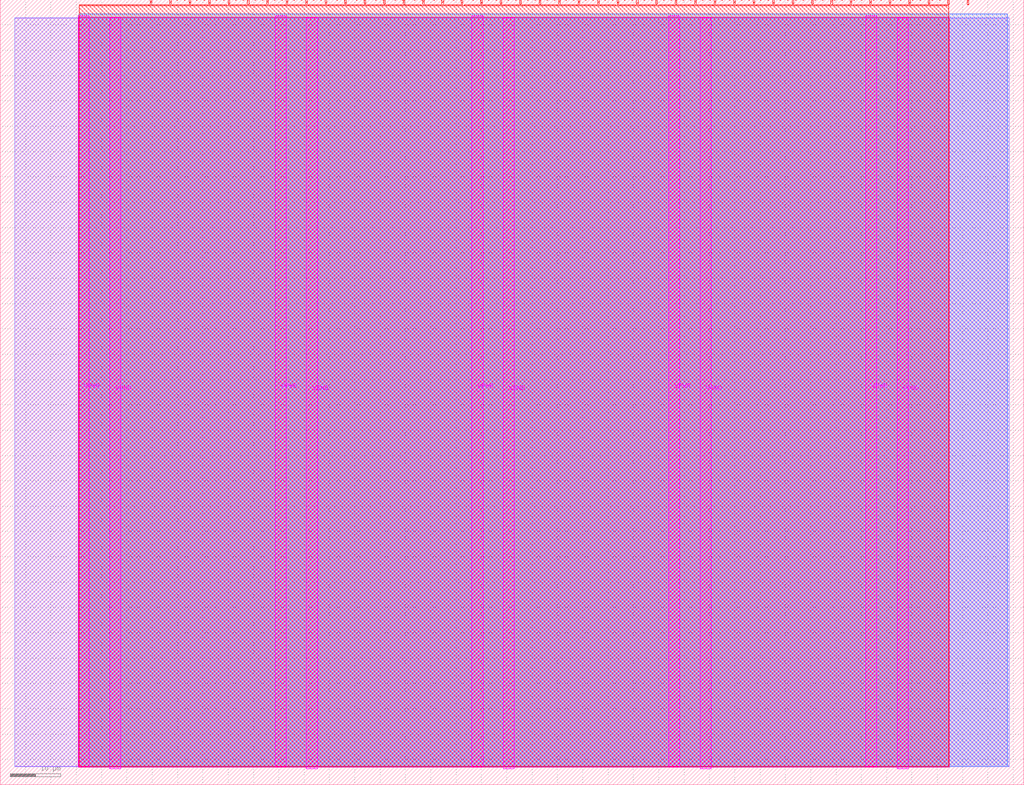
<source format=lef>
VERSION 5.7 ;
  NOWIREEXTENSIONATPIN ON ;
  DIVIDERCHAR "/" ;
  BUSBITCHARS "[]" ;
MACRO tt_um_embeddedinn_vga
  CLASS BLOCK ;
  FOREIGN tt_um_embeddedinn_vga ;
  ORIGIN 0.000 0.000 ;
  SIZE 202.080 BY 154.980 ;
  PIN VGND
    DIRECTION INOUT ;
    USE GROUND ;
    PORT
      LAYER TopMetal1 ;
        RECT 21.580 3.150 23.780 151.420 ;
    END
    PORT
      LAYER TopMetal1 ;
        RECT 60.450 3.150 62.650 151.420 ;
    END
    PORT
      LAYER TopMetal1 ;
        RECT 99.320 3.150 101.520 151.420 ;
    END
    PORT
      LAYER TopMetal1 ;
        RECT 138.190 3.150 140.390 151.420 ;
    END
    PORT
      LAYER TopMetal1 ;
        RECT 177.060 3.150 179.260 151.420 ;
    END
  END VGND
  PIN VPWR
    DIRECTION INOUT ;
    USE POWER ;
    PORT
      LAYER TopMetal1 ;
        RECT 15.380 3.560 17.580 151.830 ;
    END
    PORT
      LAYER TopMetal1 ;
        RECT 54.250 3.560 56.450 151.830 ;
    END
    PORT
      LAYER TopMetal1 ;
        RECT 93.120 3.560 95.320 151.830 ;
    END
    PORT
      LAYER TopMetal1 ;
        RECT 131.990 3.560 134.190 151.830 ;
    END
    PORT
      LAYER TopMetal1 ;
        RECT 170.860 3.560 173.060 151.830 ;
    END
  END VPWR
  PIN clk
    DIRECTION INPUT ;
    USE SIGNAL ;
    ANTENNAGATEAREA 0.725400 ;
    PORT
      LAYER Metal4 ;
        RECT 187.050 153.980 187.350 154.980 ;
    END
  END clk
  PIN ena
    DIRECTION INPUT ;
    USE SIGNAL ;
    PORT
      LAYER Metal4 ;
        RECT 190.890 153.980 191.190 154.980 ;
    END
  END ena
  PIN rst_n
    DIRECTION INPUT ;
    USE SIGNAL ;
    ANTENNAGATEAREA 0.725400 ;
    PORT
      LAYER Metal4 ;
        RECT 183.210 153.980 183.510 154.980 ;
    END
  END rst_n
  PIN ui_in[0]
    DIRECTION INPUT ;
    USE SIGNAL ;
    ANTENNAGATEAREA 0.180700 ;
    PORT
      LAYER Metal4 ;
        RECT 179.370 153.980 179.670 154.980 ;
    END
  END ui_in[0]
  PIN ui_in[1]
    DIRECTION INPUT ;
    USE SIGNAL ;
    ANTENNAGATEAREA 0.180700 ;
    PORT
      LAYER Metal4 ;
        RECT 175.530 153.980 175.830 154.980 ;
    END
  END ui_in[1]
  PIN ui_in[2]
    DIRECTION INPUT ;
    USE SIGNAL ;
    ANTENNAGATEAREA 0.180700 ;
    PORT
      LAYER Metal4 ;
        RECT 171.690 153.980 171.990 154.980 ;
    END
  END ui_in[2]
  PIN ui_in[3]
    DIRECTION INPUT ;
    USE SIGNAL ;
    ANTENNAGATEAREA 0.213200 ;
    PORT
      LAYER Metal4 ;
        RECT 167.850 153.980 168.150 154.980 ;
    END
  END ui_in[3]
  PIN ui_in[4]
    DIRECTION INPUT ;
    USE SIGNAL ;
    ANTENNAGATEAREA 0.180700 ;
    PORT
      LAYER Metal4 ;
        RECT 164.010 153.980 164.310 154.980 ;
    END
  END ui_in[4]
  PIN ui_in[5]
    DIRECTION INPUT ;
    USE SIGNAL ;
    PORT
      LAYER Metal4 ;
        RECT 160.170 153.980 160.470 154.980 ;
    END
  END ui_in[5]
  PIN ui_in[6]
    DIRECTION INPUT ;
    USE SIGNAL ;
    PORT
      LAYER Metal4 ;
        RECT 156.330 153.980 156.630 154.980 ;
    END
  END ui_in[6]
  PIN ui_in[7]
    DIRECTION INPUT ;
    USE SIGNAL ;
    PORT
      LAYER Metal4 ;
        RECT 152.490 153.980 152.790 154.980 ;
    END
  END ui_in[7]
  PIN uio_in[0]
    DIRECTION INPUT ;
    USE SIGNAL ;
    PORT
      LAYER Metal4 ;
        RECT 148.650 153.980 148.950 154.980 ;
    END
  END uio_in[0]
  PIN uio_in[1]
    DIRECTION INPUT ;
    USE SIGNAL ;
    PORT
      LAYER Metal4 ;
        RECT 144.810 153.980 145.110 154.980 ;
    END
  END uio_in[1]
  PIN uio_in[2]
    DIRECTION INPUT ;
    USE SIGNAL ;
    PORT
      LAYER Metal4 ;
        RECT 140.970 153.980 141.270 154.980 ;
    END
  END uio_in[2]
  PIN uio_in[3]
    DIRECTION INPUT ;
    USE SIGNAL ;
    PORT
      LAYER Metal4 ;
        RECT 137.130 153.980 137.430 154.980 ;
    END
  END uio_in[3]
  PIN uio_in[4]
    DIRECTION INPUT ;
    USE SIGNAL ;
    PORT
      LAYER Metal4 ;
        RECT 133.290 153.980 133.590 154.980 ;
    END
  END uio_in[4]
  PIN uio_in[5]
    DIRECTION INPUT ;
    USE SIGNAL ;
    PORT
      LAYER Metal4 ;
        RECT 129.450 153.980 129.750 154.980 ;
    END
  END uio_in[5]
  PIN uio_in[6]
    DIRECTION INPUT ;
    USE SIGNAL ;
    PORT
      LAYER Metal4 ;
        RECT 125.610 153.980 125.910 154.980 ;
    END
  END uio_in[6]
  PIN uio_in[7]
    DIRECTION INPUT ;
    USE SIGNAL ;
    PORT
      LAYER Metal4 ;
        RECT 121.770 153.980 122.070 154.980 ;
    END
  END uio_in[7]
  PIN uio_oe[0]
    DIRECTION OUTPUT ;
    USE SIGNAL ;
    ANTENNADIFFAREA 0.299200 ;
    PORT
      LAYER Metal4 ;
        RECT 56.490 153.980 56.790 154.980 ;
    END
  END uio_oe[0]
  PIN uio_oe[1]
    DIRECTION OUTPUT ;
    USE SIGNAL ;
    ANTENNADIFFAREA 0.299200 ;
    PORT
      LAYER Metal4 ;
        RECT 52.650 153.980 52.950 154.980 ;
    END
  END uio_oe[1]
  PIN uio_oe[2]
    DIRECTION OUTPUT ;
    USE SIGNAL ;
    ANTENNADIFFAREA 0.299200 ;
    PORT
      LAYER Metal4 ;
        RECT 48.810 153.980 49.110 154.980 ;
    END
  END uio_oe[2]
  PIN uio_oe[3]
    DIRECTION OUTPUT ;
    USE SIGNAL ;
    ANTENNADIFFAREA 0.299200 ;
    PORT
      LAYER Metal4 ;
        RECT 44.970 153.980 45.270 154.980 ;
    END
  END uio_oe[3]
  PIN uio_oe[4]
    DIRECTION OUTPUT ;
    USE SIGNAL ;
    ANTENNADIFFAREA 0.299200 ;
    PORT
      LAYER Metal4 ;
        RECT 41.130 153.980 41.430 154.980 ;
    END
  END uio_oe[4]
  PIN uio_oe[5]
    DIRECTION OUTPUT ;
    USE SIGNAL ;
    ANTENNADIFFAREA 0.299200 ;
    PORT
      LAYER Metal4 ;
        RECT 37.290 153.980 37.590 154.980 ;
    END
  END uio_oe[5]
  PIN uio_oe[6]
    DIRECTION OUTPUT ;
    USE SIGNAL ;
    ANTENNADIFFAREA 0.299200 ;
    PORT
      LAYER Metal4 ;
        RECT 33.450 153.980 33.750 154.980 ;
    END
  END uio_oe[6]
  PIN uio_oe[7]
    DIRECTION OUTPUT ;
    USE SIGNAL ;
    ANTENNADIFFAREA 0.299200 ;
    PORT
      LAYER Metal4 ;
        RECT 29.610 153.980 29.910 154.980 ;
    END
  END uio_oe[7]
  PIN uio_out[0]
    DIRECTION OUTPUT ;
    USE SIGNAL ;
    ANTENNADIFFAREA 0.299200 ;
    PORT
      LAYER Metal4 ;
        RECT 87.210 153.980 87.510 154.980 ;
    END
  END uio_out[0]
  PIN uio_out[1]
    DIRECTION OUTPUT ;
    USE SIGNAL ;
    ANTENNADIFFAREA 0.299200 ;
    PORT
      LAYER Metal4 ;
        RECT 83.370 153.980 83.670 154.980 ;
    END
  END uio_out[1]
  PIN uio_out[2]
    DIRECTION OUTPUT ;
    USE SIGNAL ;
    ANTENNADIFFAREA 0.299200 ;
    PORT
      LAYER Metal4 ;
        RECT 79.530 153.980 79.830 154.980 ;
    END
  END uio_out[2]
  PIN uio_out[3]
    DIRECTION OUTPUT ;
    USE SIGNAL ;
    ANTENNADIFFAREA 0.299200 ;
    PORT
      LAYER Metal4 ;
        RECT 75.690 153.980 75.990 154.980 ;
    END
  END uio_out[3]
  PIN uio_out[4]
    DIRECTION OUTPUT ;
    USE SIGNAL ;
    ANTENNADIFFAREA 0.299200 ;
    PORT
      LAYER Metal4 ;
        RECT 71.850 153.980 72.150 154.980 ;
    END
  END uio_out[4]
  PIN uio_out[5]
    DIRECTION OUTPUT ;
    USE SIGNAL ;
    ANTENNADIFFAREA 0.299200 ;
    PORT
      LAYER Metal4 ;
        RECT 68.010 153.980 68.310 154.980 ;
    END
  END uio_out[5]
  PIN uio_out[6]
    DIRECTION OUTPUT ;
    USE SIGNAL ;
    ANTENNADIFFAREA 0.299200 ;
    PORT
      LAYER Metal4 ;
        RECT 64.170 153.980 64.470 154.980 ;
    END
  END uio_out[6]
  PIN uio_out[7]
    DIRECTION OUTPUT ;
    USE SIGNAL ;
    ANTENNADIFFAREA 0.299200 ;
    PORT
      LAYER Metal4 ;
        RECT 60.330 153.980 60.630 154.980 ;
    END
  END uio_out[7]
  PIN uo_out[0]
    DIRECTION OUTPUT ;
    USE SIGNAL ;
    ANTENNAGATEAREA 0.180700 ;
    ANTENNADIFFAREA 0.662000 ;
    PORT
      LAYER Metal4 ;
        RECT 117.930 153.980 118.230 154.980 ;
    END
  END uo_out[0]
  PIN uo_out[1]
    DIRECTION OUTPUT ;
    USE SIGNAL ;
    ANTENNADIFFAREA 0.662000 ;
    PORT
      LAYER Metal4 ;
        RECT 114.090 153.980 114.390 154.980 ;
    END
  END uo_out[1]
  PIN uo_out[2]
    DIRECTION OUTPUT ;
    USE SIGNAL ;
    ANTENNADIFFAREA 0.758600 ;
    PORT
      LAYER Metal4 ;
        RECT 110.250 153.980 110.550 154.980 ;
    END
  END uo_out[2]
  PIN uo_out[3]
    DIRECTION OUTPUT ;
    USE SIGNAL ;
    ANTENNADIFFAREA 0.708600 ;
    PORT
      LAYER Metal4 ;
        RECT 106.410 153.980 106.710 154.980 ;
    END
  END uo_out[3]
  PIN uo_out[4]
    DIRECTION OUTPUT ;
    USE SIGNAL ;
    ANTENNADIFFAREA 0.662000 ;
    PORT
      LAYER Metal4 ;
        RECT 102.570 153.980 102.870 154.980 ;
    END
  END uo_out[4]
  PIN uo_out[5]
    DIRECTION OUTPUT ;
    USE SIGNAL ;
    ANTENNADIFFAREA 0.632400 ;
    PORT
      LAYER Metal4 ;
        RECT 98.730 153.980 99.030 154.980 ;
    END
  END uo_out[5]
  PIN uo_out[6]
    DIRECTION OUTPUT ;
    USE SIGNAL ;
    ANTENNADIFFAREA 0.662000 ;
    PORT
      LAYER Metal4 ;
        RECT 94.890 153.980 95.190 154.980 ;
    END
  END uo_out[6]
  PIN uo_out[7]
    DIRECTION OUTPUT ;
    USE SIGNAL ;
    ANTENNADIFFAREA 0.708600 ;
    PORT
      LAYER Metal4 ;
        RECT 91.050 153.980 91.350 154.980 ;
    END
  END uo_out[7]
  OBS
      LAYER GatPoly ;
        RECT 2.880 3.630 199.200 151.350 ;
      LAYER Metal1 ;
        RECT 2.880 3.560 199.200 151.420 ;
      LAYER Metal2 ;
        RECT 15.560 3.635 198.825 152.185 ;
      LAYER Metal3 ;
        RECT 15.515 3.680 198.865 152.145 ;
      LAYER Metal4 ;
        RECT 15.560 153.770 29.400 153.980 ;
        RECT 30.120 153.770 33.240 153.980 ;
        RECT 33.960 153.770 37.080 153.980 ;
        RECT 37.800 153.770 40.920 153.980 ;
        RECT 41.640 153.770 44.760 153.980 ;
        RECT 45.480 153.770 48.600 153.980 ;
        RECT 49.320 153.770 52.440 153.980 ;
        RECT 53.160 153.770 56.280 153.980 ;
        RECT 57.000 153.770 60.120 153.980 ;
        RECT 60.840 153.770 63.960 153.980 ;
        RECT 64.680 153.770 67.800 153.980 ;
        RECT 68.520 153.770 71.640 153.980 ;
        RECT 72.360 153.770 75.480 153.980 ;
        RECT 76.200 153.770 79.320 153.980 ;
        RECT 80.040 153.770 83.160 153.980 ;
        RECT 83.880 153.770 87.000 153.980 ;
        RECT 87.720 153.770 90.840 153.980 ;
        RECT 91.560 153.770 94.680 153.980 ;
        RECT 95.400 153.770 98.520 153.980 ;
        RECT 99.240 153.770 102.360 153.980 ;
        RECT 103.080 153.770 106.200 153.980 ;
        RECT 106.920 153.770 110.040 153.980 ;
        RECT 110.760 153.770 113.880 153.980 ;
        RECT 114.600 153.770 117.720 153.980 ;
        RECT 118.440 153.770 121.560 153.980 ;
        RECT 122.280 153.770 125.400 153.980 ;
        RECT 126.120 153.770 129.240 153.980 ;
        RECT 129.960 153.770 133.080 153.980 ;
        RECT 133.800 153.770 136.920 153.980 ;
        RECT 137.640 153.770 140.760 153.980 ;
        RECT 141.480 153.770 144.600 153.980 ;
        RECT 145.320 153.770 148.440 153.980 ;
        RECT 149.160 153.770 152.280 153.980 ;
        RECT 153.000 153.770 156.120 153.980 ;
        RECT 156.840 153.770 159.960 153.980 ;
        RECT 160.680 153.770 163.800 153.980 ;
        RECT 164.520 153.770 167.640 153.980 ;
        RECT 168.360 153.770 171.480 153.980 ;
        RECT 172.200 153.770 175.320 153.980 ;
        RECT 176.040 153.770 179.160 153.980 ;
        RECT 179.880 153.770 183.000 153.980 ;
        RECT 183.720 153.770 186.840 153.980 ;
        RECT 15.560 3.635 187.305 153.770 ;
      LAYER Metal5 ;
        RECT 15.515 3.470 187.345 151.510 ;
  END
END tt_um_embeddedinn_vga
END LIBRARY


</source>
